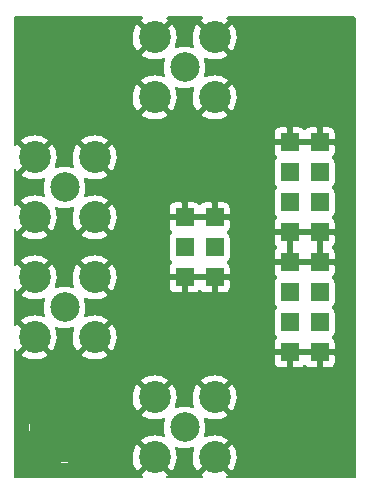
<source format=gbr>
%TF.GenerationSoftware,KiCad,Pcbnew,6.0.11+dfsg-1~bpo11+1*%
%TF.CreationDate,2023-06-09T21:35:18+00:00*%
%TF.ProjectId,ACOMP01,41434f4d-5030-4312-9e6b-696361645f70,rev?*%
%TF.SameCoordinates,Original*%
%TF.FileFunction,Copper,L1,Top*%
%TF.FilePolarity,Positive*%
%FSLAX46Y46*%
G04 Gerber Fmt 4.6, Leading zero omitted, Abs format (unit mm)*
G04 Created by KiCad (PCBNEW 6.0.11+dfsg-1~bpo11+1) date 2023-06-09 21:35:18*
%MOMM*%
%LPD*%
G01*
G04 APERTURE LIST*
%TA.AperFunction,ComponentPad*%
%ADD10R,1.524000X1.524000*%
%TD*%
%TA.AperFunction,ComponentPad*%
%ADD11C,6.000000*%
%TD*%
%TA.AperFunction,ComponentPad*%
%ADD12C,2.500000*%
%TD*%
%TA.AperFunction,ComponentPad*%
%ADD13C,2.700000*%
%TD*%
%TA.AperFunction,ViaPad*%
%ADD14C,0.800000*%
%TD*%
G04 APERTURE END LIST*
D10*
%TO.P,J6,1*%
%TO.N,GND*%
X21590000Y6350000D03*
%TO.P,J6,2*%
X19050000Y6350000D03*
%TO.P,J6,3*%
%TO.N,/TLV_OUT+*%
X21590000Y8890000D03*
%TO.P,J6,4*%
X19050000Y8890000D03*
%TO.P,J6,5*%
%TO.N,/TLV_OUT-*%
X21590000Y11430000D03*
%TO.P,J6,6*%
X19050000Y11430000D03*
%TO.P,J6,7*%
%TO.N,GND*%
X21590000Y13970000D03*
%TO.P,J6,8*%
X19050000Y13970000D03*
%TD*%
D11*
%TO.P,M2,1*%
%TO.N,GND*%
X0Y30480000D03*
%TD*%
%TO.P,M4,1*%
%TO.N,GND*%
X20320000Y0D03*
%TD*%
D10*
%TO.P,J7,1*%
%TO.N,GND*%
X21590000Y16510000D03*
%TO.P,J7,2*%
X19050000Y16510000D03*
%TO.P,J7,3*%
%TO.N,/LMH_OUT+*%
X21590000Y19050000D03*
%TO.P,J7,4*%
X19050000Y19050000D03*
%TO.P,J7,5*%
%TO.N,/LMH_OUT-*%
X21590000Y21590000D03*
%TO.P,J7,6*%
X19050000Y21590000D03*
%TO.P,J7,7*%
%TO.N,GND*%
X21590000Y24130000D03*
%TO.P,J7,8*%
X19050000Y24130000D03*
%TD*%
D12*
%TO.P,J2,1,In*%
%TO.N,/IN+_TLV*%
X10160000Y0D03*
D13*
%TO.P,J2,2,Ext*%
%TO.N,GND*%
X7620000Y-2540000D03*
X12700000Y-2540000D03*
X12700000Y2540000D03*
X7620000Y2540000D03*
%TD*%
D10*
%TO.P,J1,1*%
%TO.N,GND*%
X10160000Y17780000D03*
%TO.P,J1,2*%
X12700000Y17780000D03*
%TO.P,J1,3*%
%TO.N,+3V3*%
X10160000Y15240000D03*
%TO.P,J1,4*%
X12700000Y15240000D03*
%TO.P,J1,5*%
%TO.N,GND*%
X10160000Y12700000D03*
%TO.P,J1,6*%
X12700000Y12700000D03*
%TD*%
D12*
%TO.P,J4,1,In*%
%TO.N,/IN+_LMH*%
X0Y20320000D03*
D13*
%TO.P,J4,2,Ext*%
%TO.N,GND*%
X-2540000Y22860000D03*
X2540000Y22860000D03*
X2540000Y17780000D03*
X-2540000Y17780000D03*
%TD*%
D11*
%TO.P,M3,1*%
%TO.N,GND*%
X0Y0D03*
%TD*%
%TO.P,M1,1*%
%TO.N,GND*%
X20320000Y30480000D03*
%TD*%
D12*
%TO.P,J5,1,In*%
%TO.N,/IN-_LMH*%
X10160000Y30480000D03*
D13*
%TO.P,J5,2,Ext*%
%TO.N,GND*%
X12700000Y33020000D03*
X12700000Y27940000D03*
X7620000Y33020000D03*
X7620000Y27940000D03*
%TD*%
D12*
%TO.P,J3,1,In*%
%TO.N,/IN-_TLV*%
X0Y10160000D03*
D13*
%TO.P,J3,2,Ext*%
%TO.N,GND*%
X-2540000Y7620000D03*
X-2540000Y12700000D03*
X2540000Y12700000D03*
X2540000Y7620000D03*
%TD*%
D14*
%TO.N,GND*%
X6858000Y23876000D03*
X5334000Y20828000D03*
X7747000Y23876000D03*
X12446000Y9652000D03*
X10033000Y4953000D03*
X5334000Y19812000D03*
X7366000Y10922000D03*
X10922000Y22352000D03*
X6350000Y10922000D03*
X13970000Y20320000D03*
X9144000Y4953000D03*
X14986000Y11938000D03*
X12446000Y10668000D03*
X11938000Y22352000D03*
X5334000Y10922000D03*
%TD*%
%TA.AperFunction,Conductor*%
%TO.N,GND*%
G36*
X6586632Y34777498D02*
G01*
X6633125Y34723842D01*
X6643229Y34653568D01*
X6613735Y34588988D01*
X6591769Y34568985D01*
X6512292Y34512190D01*
X6503889Y34501467D01*
X6510869Y34488341D01*
X7607188Y33392022D01*
X7621132Y33384408D01*
X7622965Y33384539D01*
X7629580Y33388790D01*
X8729129Y34488339D01*
X8735983Y34500891D01*
X8727776Y34511961D01*
X8649975Y34571337D01*
X8607958Y34628565D01*
X8603550Y34699425D01*
X8638152Y34761418D01*
X8700778Y34794864D01*
X8726417Y34797500D01*
X11598511Y34797500D01*
X11666632Y34777498D01*
X11713125Y34723842D01*
X11723229Y34653568D01*
X11693735Y34588988D01*
X11671769Y34568985D01*
X11592292Y34512190D01*
X11583889Y34501467D01*
X11590869Y34488341D01*
X12687188Y33392022D01*
X12701132Y33384408D01*
X12702965Y33384539D01*
X12709580Y33388790D01*
X13809129Y34488339D01*
X13815983Y34500891D01*
X13807776Y34511961D01*
X13729975Y34571337D01*
X13687958Y34628565D01*
X13683550Y34699425D01*
X13718152Y34761418D01*
X13780778Y34794864D01*
X13806417Y34797500D01*
X24511500Y34797500D01*
X24579621Y34777498D01*
X24626114Y34723842D01*
X24637500Y34671500D01*
X24637500Y-4191500D01*
X24617498Y-4259621D01*
X24563842Y-4306114D01*
X24511500Y-4317500D01*
X13799632Y-4317500D01*
X13731511Y-4297498D01*
X13685018Y-4243842D01*
X13674914Y-4173568D01*
X13704408Y-4108988D01*
X13729630Y-4086735D01*
X13809218Y-4033556D01*
X13817506Y-4023638D01*
X13810249Y-4009459D01*
X12712812Y-2912022D01*
X12698868Y-2904408D01*
X12697035Y-2904539D01*
X12690420Y-2908790D01*
X11590070Y-4009140D01*
X11582904Y-4022263D01*
X11590294Y-4032566D01*
X11625455Y-4061192D01*
X11632721Y-4066298D01*
X11661382Y-4083553D01*
X11709425Y-4135825D01*
X11721582Y-4205773D01*
X11693992Y-4271190D01*
X11635415Y-4311305D01*
X11596393Y-4317500D01*
X8719632Y-4317500D01*
X8651511Y-4297498D01*
X8605018Y-4243842D01*
X8594914Y-4173568D01*
X8624408Y-4108988D01*
X8649630Y-4086735D01*
X8729218Y-4033556D01*
X8737506Y-4023638D01*
X8730249Y-4009459D01*
X7632812Y-2912022D01*
X7618868Y-2904408D01*
X7617035Y-2904539D01*
X7610420Y-2908790D01*
X6510070Y-4009140D01*
X6502904Y-4022263D01*
X6510294Y-4032566D01*
X6545455Y-4061192D01*
X6552721Y-4066298D01*
X6581382Y-4083553D01*
X6629425Y-4135825D01*
X6641582Y-4205773D01*
X6613992Y-4271190D01*
X6555415Y-4311305D01*
X6516393Y-4317500D01*
X-4191500Y-4317500D01*
X-4259621Y-4297498D01*
X-4306114Y-4243842D01*
X-4317500Y-4191500D01*
X-4317500Y-69721D01*
X-3008976Y-69721D01*
X-2968949Y-209771D01*
X-2891224Y-332958D01*
X-2782049Y-429378D01*
X-2773926Y-433192D01*
X-2773924Y-433193D01*
X-2766863Y-436508D01*
X-2650200Y-491281D01*
X-2641335Y-492661D01*
X-2641333Y-492662D01*
X-2572254Y-503418D01*
X-2539614Y-508500D01*
X-2215101Y-508500D01*
X-2146980Y-528502D01*
X-2100487Y-582158D01*
X-2095897Y-593678D01*
X-2053588Y-717252D01*
X-2012173Y-838214D01*
X-2009891Y-844880D01*
X-1971105Y-921998D01*
X-1895832Y-1071661D01*
X-1876632Y-1109837D01*
X-1834121Y-1171691D01*
X-1717811Y-1340923D01*
X-1708647Y-1354257D01*
X-1509044Y-1573617D01*
X-1505755Y-1576367D01*
X-1284810Y-1761106D01*
X-1284805Y-1761110D01*
X-1281518Y-1763858D01*
X-1155898Y-1842660D01*
X-1033918Y-1919178D01*
X-1033914Y-1919180D01*
X-1030278Y-1921461D01*
X-1026368Y-1923226D01*
X-1026367Y-1923227D01*
X-763886Y-2041742D01*
X-763882Y-2041744D01*
X-759974Y-2043508D01*
X-600527Y-2090739D01*
X-598714Y-2091276D01*
X-539079Y-2129802D01*
X-509740Y-2194453D01*
X-508500Y-2212087D01*
X-508500Y-2536513D01*
X-493080Y-2644187D01*
X-489363Y-2652363D01*
X-489362Y-2652365D01*
X-449534Y-2739960D01*
X-432792Y-2776782D01*
X-337713Y-2887127D01*
X-215485Y-2966352D01*
X-75934Y-3008086D01*
X-66958Y-3008141D01*
X-66957Y-3008141D01*
X-5644Y-3008515D01*
X69721Y-3008976D01*
X209771Y-2968949D01*
X332958Y-2891224D01*
X429378Y-2782049D01*
X491281Y-2650200D01*
X508500Y-2539614D01*
X508500Y-2485942D01*
X5758348Y-2485942D01*
X5768328Y-2739960D01*
X5769302Y-2748784D01*
X5814978Y-2998875D01*
X5817182Y-3007462D01*
X5897636Y-3248613D01*
X5901040Y-3256831D01*
X6014667Y-3484235D01*
X6019185Y-3491874D01*
X6127294Y-3648296D01*
X6137612Y-3656647D01*
X6151267Y-3649523D01*
X7247978Y-2552812D01*
X7255592Y-2538868D01*
X7255461Y-2537035D01*
X7251210Y-2530420D01*
X6151423Y-1430633D01*
X6138582Y-1423621D01*
X6127893Y-1431416D01*
X6082115Y-1489485D01*
X6077122Y-1496833D01*
X5949440Y-1716655D01*
X5945532Y-1724629D01*
X5850097Y-1960247D01*
X5847348Y-1968709D01*
X5786067Y-2215413D01*
X5784538Y-2224174D01*
X5758627Y-2477059D01*
X5758348Y-2485942D01*
X508500Y-2485942D01*
X508500Y-2212615D01*
X528502Y-2144494D01*
X582158Y-2098001D01*
X602526Y-2090739D01*
X642579Y-2080231D01*
X695411Y-2066371D01*
X699371Y-2064731D01*
X699376Y-2064729D01*
X951629Y-1960242D01*
X969415Y-1952875D01*
X1225482Y-1803242D01*
X1272799Y-1766141D01*
X1455499Y-1622885D01*
X1458871Y-1620241D01*
X1665266Y-1407258D01*
X1667799Y-1403810D01*
X1667803Y-1403805D01*
X1838307Y-1171691D01*
X1840845Y-1168236D01*
X1912223Y-1036775D01*
X1980311Y-911372D01*
X1980312Y-911370D01*
X1982361Y-907596D01*
X2060354Y-701193D01*
X2085677Y-634179D01*
X2085678Y-634175D01*
X2087195Y-630161D01*
X2092644Y-606369D01*
X2127351Y-544433D01*
X2190032Y-511093D01*
X2215464Y-508500D01*
X2536513Y-508500D01*
X2578839Y-502438D01*
X2635294Y-494354D01*
X2635297Y-494353D01*
X2644187Y-493080D01*
X2652363Y-489363D01*
X2652365Y-489362D01*
X2768610Y-436508D01*
X2768612Y-436507D01*
X2776782Y-432792D01*
X2887127Y-337713D01*
X2966352Y-215485D01*
X3008086Y-75934D01*
X3008976Y69721D01*
X2968949Y209771D01*
X2891224Y332958D01*
X2782049Y429378D01*
X2773926Y433192D01*
X2773924Y433193D01*
X2710013Y463199D01*
X2650200Y491281D01*
X2641335Y492661D01*
X2641333Y492662D01*
X2572254Y503418D01*
X2539614Y508500D01*
X2216537Y508500D01*
X2148416Y528502D01*
X2101923Y582158D01*
X2097764Y592440D01*
X2066812Y679845D01*
X2000934Y865881D01*
X1901910Y1057737D01*
X6502904Y1057737D01*
X6510294Y1047434D01*
X6545455Y1018808D01*
X6552731Y1013695D01*
X6770514Y882579D01*
X6778428Y878546D01*
X7012523Y779419D01*
X7020928Y776542D01*
X7266650Y711390D01*
X7275382Y709724D01*
X7527835Y679845D01*
X7536703Y679427D01*
X7790843Y685416D01*
X7799698Y686253D01*
X8050459Y727991D01*
X8059093Y730064D01*
X8301477Y806720D01*
X8309733Y809989D01*
X8365057Y836555D01*
X8435123Y848011D01*
X8500260Y819768D01*
X8539788Y760793D01*
X8541156Y689809D01*
X8535796Y674249D01*
X8487697Y559545D01*
X8423359Y306217D01*
X8397173Y46161D01*
X8409713Y-214908D01*
X8460704Y-471256D01*
X8462282Y-475651D01*
X8534977Y-678123D01*
X8539171Y-748996D01*
X8504382Y-810885D01*
X8441656Y-844142D01*
X8370927Y-838214D01*
X8171865Y-761203D01*
X8163392Y-758596D01*
X7915736Y-701193D01*
X7906960Y-699803D01*
X7653691Y-677868D01*
X7644820Y-677728D01*
X7390976Y-691698D01*
X7382174Y-692810D01*
X7132832Y-742408D01*
X7124279Y-744748D01*
X6884421Y-828978D01*
X6876255Y-832512D01*
X6650669Y-949696D01*
X6643097Y-954335D01*
X6512292Y-1047810D01*
X6503889Y-1058533D01*
X6510869Y-1071659D01*
X9090027Y-3650817D01*
X9103428Y-3658135D01*
X9113329Y-3651149D01*
X9124127Y-3638305D01*
X9129353Y-3631110D01*
X9263867Y-3415425D01*
X9268038Y-3407547D01*
X9370817Y-3175065D01*
X9373833Y-3166688D01*
X9442832Y-2922034D01*
X9444636Y-2913326D01*
X9478643Y-2660145D01*
X9479171Y-2653752D01*
X9482645Y-2543222D01*
X9482518Y-2536779D01*
X9464478Y-2281986D01*
X9463225Y-2273183D01*
X9409720Y-2024662D01*
X9407239Y-2016124D01*
X9323426Y-1788937D01*
X9318614Y-1718104D01*
X9352861Y-1655914D01*
X9415295Y-1622112D01*
X9483178Y-1626372D01*
X9703590Y-1703344D01*
X9708183Y-1704216D01*
X9955785Y-1751224D01*
X9955788Y-1751224D01*
X9960374Y-1752095D01*
X10090958Y-1757226D01*
X10216875Y-1762174D01*
X10216881Y-1762174D01*
X10221543Y-1762357D01*
X10300977Y-1753657D01*
X10476707Y-1734412D01*
X10476712Y-1734411D01*
X10481360Y-1733902D01*
X10516582Y-1724629D01*
X10729594Y-1668548D01*
X10729596Y-1668547D01*
X10734117Y-1667357D01*
X10738415Y-1665511D01*
X10738425Y-1665507D01*
X10833442Y-1624684D01*
X10903926Y-1616171D01*
X10967824Y-1647116D01*
X11004848Y-1707694D01*
X11003243Y-1778673D01*
X10999964Y-1787753D01*
X10930099Y-1960242D01*
X10927348Y-1968709D01*
X10866067Y-2215413D01*
X10864538Y-2224174D01*
X10838627Y-2477059D01*
X10838348Y-2485942D01*
X10848328Y-2739960D01*
X10849302Y-2748784D01*
X10894978Y-2998875D01*
X10897182Y-3007462D01*
X10977636Y-3248613D01*
X10981040Y-3256831D01*
X11094667Y-3484235D01*
X11099185Y-3491874D01*
X11207294Y-3648296D01*
X11217612Y-3656647D01*
X11231267Y-3649523D01*
X12339658Y-2541132D01*
X13064408Y-2541132D01*
X13064539Y-2542965D01*
X13068790Y-2549580D01*
X14170027Y-3650817D01*
X14183428Y-3658135D01*
X14193329Y-3651149D01*
X14204127Y-3638305D01*
X14209353Y-3631110D01*
X14343867Y-3415425D01*
X14348038Y-3407547D01*
X14450817Y-3175065D01*
X14453833Y-3166688D01*
X14522832Y-2922034D01*
X14524636Y-2913326D01*
X14558643Y-2660145D01*
X14559171Y-2653752D01*
X14562645Y-2543222D01*
X14562518Y-2536779D01*
X14544478Y-2281986D01*
X14543225Y-2273183D01*
X14489720Y-2024662D01*
X14487241Y-2016129D01*
X14399254Y-1777630D01*
X14395599Y-1769535D01*
X14274881Y-1545807D01*
X14270122Y-1538309D01*
X14192004Y-1432545D01*
X14180876Y-1424103D01*
X14168283Y-1430927D01*
X13072022Y-2527188D01*
X13064408Y-2541132D01*
X12339658Y-2541132D01*
X13809129Y-1071661D01*
X13815983Y-1059109D01*
X13807776Y-1048039D01*
X13726230Y-985805D01*
X13718801Y-980925D01*
X13497005Y-856713D01*
X13488971Y-852932D01*
X13251865Y-761203D01*
X13243392Y-758596D01*
X12995736Y-701193D01*
X12986960Y-699803D01*
X12733691Y-677868D01*
X12724820Y-677728D01*
X12470976Y-691698D01*
X12462174Y-692810D01*
X12212832Y-742408D01*
X12204279Y-744748D01*
X11964415Y-828981D01*
X11953554Y-833681D01*
X11883092Y-842380D01*
X11819114Y-811603D01*
X11781930Y-751122D01*
X11783348Y-680140D01*
X11788629Y-666294D01*
X11794874Y-652432D01*
X11817083Y-603129D01*
X11819746Y-593686D01*
X11886760Y-356076D01*
X11886761Y-356073D01*
X11888030Y-351572D01*
X11905342Y-215485D01*
X11920616Y-95421D01*
X11920616Y-95417D01*
X11921014Y-92291D01*
X11921443Y-75934D01*
X11923348Y-3160D01*
X11923431Y0D01*
X11917149Y84537D01*
X11904407Y256000D01*
X11904406Y256004D01*
X11904061Y260652D01*
X11892725Y310752D01*
X11851562Y492662D01*
X11846377Y515577D01*
X11841351Y528502D01*
X11783136Y678205D01*
X11777089Y748943D01*
X11810246Y811722D01*
X11872080Y846608D01*
X11942959Y842526D01*
X11949700Y839897D01*
X12092511Y779424D01*
X12100928Y776542D01*
X12346650Y711390D01*
X12355382Y709724D01*
X12607835Y679845D01*
X12616703Y679427D01*
X12870843Y685416D01*
X12879698Y686253D01*
X13130459Y727991D01*
X13139093Y730064D01*
X13381477Y806720D01*
X13389739Y809991D01*
X13618895Y920030D01*
X13626619Y924436D01*
X13809218Y1046444D01*
X13817506Y1056362D01*
X13810249Y1070541D01*
X12341922Y2538868D01*
X13064408Y2538868D01*
X13064539Y2537035D01*
X13068790Y2530420D01*
X14170027Y1429183D01*
X14183428Y1421865D01*
X14193329Y1428851D01*
X14204127Y1441695D01*
X14209353Y1448890D01*
X14343867Y1664575D01*
X14348038Y1672453D01*
X14450817Y1904935D01*
X14453833Y1913312D01*
X14522832Y2157966D01*
X14524636Y2166674D01*
X14558643Y2419855D01*
X14559171Y2426248D01*
X14562645Y2536778D01*
X14562518Y2543221D01*
X14544478Y2798014D01*
X14543225Y2806817D01*
X14489720Y3055338D01*
X14487241Y3063871D01*
X14399254Y3302370D01*
X14395599Y3310465D01*
X14274881Y3534193D01*
X14270122Y3541691D01*
X14192004Y3647455D01*
X14180876Y3655897D01*
X14168283Y3649073D01*
X13072022Y2552812D01*
X13064408Y2538868D01*
X12341922Y2538868D01*
X11231423Y3649367D01*
X11218582Y3656379D01*
X11207893Y3648584D01*
X11162115Y3590515D01*
X11157122Y3583167D01*
X11029440Y3363345D01*
X11025532Y3355371D01*
X10930097Y3119753D01*
X10927348Y3111291D01*
X10866067Y2864587D01*
X10864538Y2855826D01*
X10838627Y2602941D01*
X10838348Y2594058D01*
X10848328Y2340040D01*
X10849302Y2331216D01*
X10894978Y2081125D01*
X10897182Y2072538D01*
X10977636Y1831387D01*
X10981040Y1823169D01*
X10990904Y1803428D01*
X11003459Y1733550D01*
X10976243Y1667977D01*
X10917896Y1627528D01*
X10846942Y1625045D01*
X10829271Y1631583D01*
X10829119Y1631207D01*
X10824780Y1632960D01*
X10820593Y1635025D01*
X10774449Y1649796D01*
X10576123Y1713280D01*
X10571665Y1714707D01*
X10313693Y1756721D01*
X10199942Y1758210D01*
X10057022Y1760081D01*
X10057019Y1760081D01*
X10052345Y1760142D01*
X9793362Y1724896D01*
X9542433Y1651757D01*
X9538180Y1649797D01*
X9538179Y1649796D01*
X9489125Y1627182D01*
X9418887Y1616827D01*
X9354202Y1646090D01*
X9315605Y1705679D01*
X9315352Y1776675D01*
X9321134Y1792556D01*
X9370819Y1904940D01*
X9373833Y1913312D01*
X9442832Y2157966D01*
X9444636Y2166674D01*
X9478643Y2419855D01*
X9479171Y2426248D01*
X9482645Y2536778D01*
X9482518Y2543221D01*
X9464478Y2798014D01*
X9463225Y2806817D01*
X9409720Y3055338D01*
X9407241Y3063871D01*
X9319254Y3302370D01*
X9315599Y3310465D01*
X9194881Y3534193D01*
X9190122Y3541691D01*
X9112004Y3647455D01*
X9100876Y3655897D01*
X9088283Y3649073D01*
X6510070Y1070860D01*
X6502904Y1057737D01*
X1901910Y1057737D01*
X1864907Y1129428D01*
X1853894Y1145099D01*
X1696835Y1368570D01*
X1694372Y1372075D01*
X1492483Y1589333D01*
X1489168Y1592047D01*
X1489164Y1592050D01*
X1287901Y1756782D01*
X1262977Y1777182D01*
X1010101Y1932144D01*
X982405Y1944302D01*
X742465Y2049628D01*
X738533Y2051354D01*
X707802Y2060108D01*
X599981Y2090822D01*
X539946Y2128721D01*
X509932Y2193061D01*
X508500Y2212001D01*
X508500Y2536513D01*
X500259Y2594058D01*
X5758348Y2594058D01*
X5768328Y2340040D01*
X5769302Y2331216D01*
X5814978Y2081125D01*
X5817182Y2072538D01*
X5897636Y1831387D01*
X5901040Y1823169D01*
X6014667Y1595765D01*
X6019185Y1588126D01*
X6127294Y1431704D01*
X6137612Y1423353D01*
X6151267Y1430477D01*
X7247978Y2527188D01*
X7255592Y2541132D01*
X7255461Y2542965D01*
X7251210Y2549580D01*
X6151423Y3649367D01*
X6138582Y3656379D01*
X6127893Y3648584D01*
X6082115Y3590515D01*
X6077122Y3583167D01*
X5949440Y3363345D01*
X5945532Y3355371D01*
X5850097Y3119753D01*
X5847348Y3111291D01*
X5786067Y2864587D01*
X5784538Y2855826D01*
X5758627Y2602941D01*
X5758348Y2594058D01*
X500259Y2594058D01*
X493080Y2644187D01*
X432792Y2776782D01*
X337713Y2887127D01*
X215485Y2966352D01*
X75934Y3008086D01*
X66958Y3008141D01*
X66957Y3008141D01*
X5644Y3008515D01*
X-69721Y3008976D01*
X-209771Y2968949D01*
X-332958Y2891224D01*
X-429378Y2782049D01*
X-491281Y2650200D01*
X-508500Y2539614D01*
X-508500Y2212178D01*
X-528502Y2144057D01*
X-582158Y2097564D01*
X-601252Y2090644D01*
X-717011Y2058976D01*
X-720959Y2057292D01*
X-985860Y1944302D01*
X-985864Y1944300D01*
X-989812Y1942616D01*
X-1118280Y1865730D01*
X-1240616Y1792514D01*
X-1240620Y1792511D01*
X-1244298Y1790310D01*
X-1247641Y1787632D01*
X-1247645Y1787629D01*
X-1337726Y1715460D01*
X-1475758Y1604875D01*
X-1478702Y1601773D01*
X-1478706Y1601769D01*
X-1535109Y1542332D01*
X-1679911Y1389743D01*
X-1852978Y1148895D01*
X-1854987Y1145100D01*
X-1854988Y1145099D01*
X-1863285Y1129428D01*
X-1991757Y886787D01*
X-2093679Y608270D01*
X-2094592Y604081D01*
X-2095790Y599959D01*
X-2097724Y600521D01*
X-2127836Y545393D01*
X-2190153Y511376D01*
X-2216920Y508500D01*
X-2536513Y508500D01*
X-2578839Y502438D01*
X-2635294Y494354D01*
X-2635297Y494353D01*
X-2644187Y493080D01*
X-2652363Y489363D01*
X-2652365Y489362D01*
X-2768610Y436508D01*
X-2768612Y436507D01*
X-2776782Y432792D01*
X-2887127Y337713D01*
X-2966352Y215485D01*
X-3008086Y75934D01*
X-3008141Y66958D01*
X-3008141Y66957D01*
X-3008515Y5644D01*
X-3008976Y-69721D01*
X-4317500Y-69721D01*
X-4317500Y4021467D01*
X6503889Y4021467D01*
X6510869Y4008341D01*
X7607188Y2912022D01*
X7621132Y2904408D01*
X7622965Y2904539D01*
X7629580Y2908790D01*
X8729129Y4008339D01*
X8735983Y4020891D01*
X8735556Y4021467D01*
X11583889Y4021467D01*
X11590869Y4008341D01*
X12687188Y2912022D01*
X12701132Y2904408D01*
X12702965Y2904539D01*
X12709580Y2908790D01*
X13809129Y4008339D01*
X13815983Y4020891D01*
X13807776Y4031961D01*
X13726230Y4094195D01*
X13718801Y4099075D01*
X13497005Y4223287D01*
X13488971Y4227068D01*
X13251865Y4318797D01*
X13243392Y4321404D01*
X12995736Y4378807D01*
X12986960Y4380197D01*
X12733691Y4402132D01*
X12724820Y4402272D01*
X12470976Y4388302D01*
X12462174Y4387190D01*
X12212832Y4337592D01*
X12204279Y4335252D01*
X11964421Y4251022D01*
X11956255Y4247488D01*
X11730669Y4130304D01*
X11723097Y4125665D01*
X11592292Y4032190D01*
X11583889Y4021467D01*
X8735556Y4021467D01*
X8727776Y4031961D01*
X8646230Y4094195D01*
X8638801Y4099075D01*
X8417005Y4223287D01*
X8408971Y4227068D01*
X8171865Y4318797D01*
X8163392Y4321404D01*
X7915736Y4378807D01*
X7906960Y4380197D01*
X7653691Y4402132D01*
X7644820Y4402272D01*
X7390976Y4388302D01*
X7382174Y4387190D01*
X7132832Y4337592D01*
X7124279Y4335252D01*
X6884421Y4251022D01*
X6876255Y4247488D01*
X6650669Y4130304D01*
X6643097Y4125665D01*
X6512292Y4032190D01*
X6503889Y4021467D01*
X-4317500Y4021467D01*
X-4317500Y5543331D01*
X17780001Y5543331D01*
X17780371Y5536510D01*
X17785895Y5485648D01*
X17789521Y5470396D01*
X17834676Y5349946D01*
X17843214Y5334351D01*
X17919715Y5232276D01*
X17932276Y5219715D01*
X18034351Y5143214D01*
X18049946Y5134676D01*
X18170394Y5089522D01*
X18185649Y5085895D01*
X18236514Y5080369D01*
X18243328Y5080000D01*
X18777885Y5080000D01*
X18793124Y5084475D01*
X18794329Y5085865D01*
X18796000Y5093548D01*
X18796000Y5098116D01*
X19304000Y5098116D01*
X19308475Y5082877D01*
X19309865Y5081672D01*
X19317548Y5080001D01*
X19856669Y5080001D01*
X19863490Y5080371D01*
X19914352Y5085895D01*
X19929604Y5089521D01*
X20050054Y5134676D01*
X20065649Y5143214D01*
X20167724Y5219715D01*
X20180284Y5232275D01*
X20219173Y5284165D01*
X20276032Y5326681D01*
X20346851Y5331707D01*
X20409144Y5297647D01*
X20420827Y5284165D01*
X20459716Y5232275D01*
X20472276Y5219715D01*
X20574351Y5143214D01*
X20589946Y5134676D01*
X20710394Y5089522D01*
X20725649Y5085895D01*
X20776514Y5080369D01*
X20783328Y5080000D01*
X21317885Y5080000D01*
X21333124Y5084475D01*
X21334329Y5085865D01*
X21336000Y5093548D01*
X21336000Y5098116D01*
X21844000Y5098116D01*
X21848475Y5082877D01*
X21849865Y5081672D01*
X21857548Y5080001D01*
X22396669Y5080001D01*
X22403490Y5080371D01*
X22454352Y5085895D01*
X22469604Y5089521D01*
X22590054Y5134676D01*
X22605649Y5143214D01*
X22707724Y5219715D01*
X22720285Y5232276D01*
X22796786Y5334351D01*
X22805324Y5349946D01*
X22850478Y5470394D01*
X22854105Y5485649D01*
X22859631Y5536514D01*
X22860000Y5543328D01*
X22860000Y6077885D01*
X22855525Y6093124D01*
X22854135Y6094329D01*
X22846452Y6096000D01*
X21862115Y6096000D01*
X21846876Y6091525D01*
X21845671Y6090135D01*
X21844000Y6082452D01*
X21844000Y5098116D01*
X21336000Y5098116D01*
X21336000Y6077885D01*
X21331525Y6093124D01*
X21330135Y6094329D01*
X21322452Y6096000D01*
X19322115Y6096000D01*
X19306876Y6091525D01*
X19305671Y6090135D01*
X19304000Y6082452D01*
X19304000Y5098116D01*
X18796000Y5098116D01*
X18796000Y6077885D01*
X18791525Y6093124D01*
X18790135Y6094329D01*
X18782452Y6096000D01*
X17798116Y6096000D01*
X17782877Y6091525D01*
X17781672Y6090135D01*
X17780001Y6082452D01*
X17780001Y5543331D01*
X-4317500Y5543331D01*
X-4317500Y6137737D01*
X-3657096Y6137737D01*
X-3649706Y6127434D01*
X-3614545Y6098808D01*
X-3607269Y6093695D01*
X-3389486Y5962579D01*
X-3381572Y5958546D01*
X-3147477Y5859419D01*
X-3139072Y5856542D01*
X-2893350Y5791390D01*
X-2884618Y5789724D01*
X-2632165Y5759845D01*
X-2623297Y5759427D01*
X-2369157Y5765416D01*
X-2360302Y5766253D01*
X-2109541Y5807991D01*
X-2100907Y5810064D01*
X-1858523Y5886720D01*
X-1850261Y5889991D01*
X-1621105Y6000030D01*
X-1613381Y6004436D01*
X-1430782Y6126444D01*
X-1422494Y6136362D01*
X-1423198Y6137737D01*
X1422904Y6137737D01*
X1430294Y6127434D01*
X1465455Y6098808D01*
X1472731Y6093695D01*
X1690514Y5962579D01*
X1698428Y5958546D01*
X1932523Y5859419D01*
X1940928Y5856542D01*
X2186650Y5791390D01*
X2195382Y5789724D01*
X2447835Y5759845D01*
X2456703Y5759427D01*
X2710843Y5765416D01*
X2719698Y5766253D01*
X2970459Y5807991D01*
X2979093Y5810064D01*
X3221477Y5886720D01*
X3229739Y5889991D01*
X3458895Y6000030D01*
X3466619Y6004436D01*
X3649218Y6126444D01*
X3657506Y6136362D01*
X3650249Y6150541D01*
X2552812Y7247978D01*
X2538868Y7255592D01*
X2537035Y7255461D01*
X2530420Y7251210D01*
X1430070Y6150860D01*
X1422904Y6137737D01*
X-1423198Y6137737D01*
X-1429751Y6150541D01*
X-2527188Y7247978D01*
X-2541132Y7255592D01*
X-2542965Y7255461D01*
X-2549580Y7251210D01*
X-3649930Y6150860D01*
X-3657096Y6137737D01*
X-4317500Y6137737D01*
X-4317500Y6519848D01*
X-4297498Y6587969D01*
X-4243842Y6634462D01*
X-4173568Y6644566D01*
X-4108988Y6615072D01*
X-4087847Y6591487D01*
X-4032706Y6511704D01*
X-4022388Y6503353D01*
X-4008733Y6510477D01*
X-2912022Y7607188D01*
X-2904408Y7621132D01*
X-2904539Y7622965D01*
X-2908790Y7629580D01*
X-4008577Y8729367D01*
X-4021418Y8736379D01*
X-4032107Y8728584D01*
X-4077885Y8670515D01*
X-4085382Y8659483D01*
X-4086345Y8660137D01*
X-4134052Y8614882D01*
X-4203800Y8601626D01*
X-4269643Y8628182D01*
X-4310676Y8686121D01*
X-4317500Y8727024D01*
X-4317500Y11217737D01*
X-3657096Y11217737D01*
X-3649706Y11207434D01*
X-3614545Y11178808D01*
X-3607269Y11173695D01*
X-3389486Y11042579D01*
X-3381572Y11038546D01*
X-3147477Y10939419D01*
X-3139072Y10936542D01*
X-2893350Y10871390D01*
X-2884618Y10869724D01*
X-2632165Y10839845D01*
X-2623297Y10839427D01*
X-2369157Y10845416D01*
X-2360302Y10846253D01*
X-2109541Y10887991D01*
X-2100907Y10890064D01*
X-1858523Y10966720D01*
X-1850267Y10969989D01*
X-1794943Y10996555D01*
X-1724877Y11008011D01*
X-1659740Y10979768D01*
X-1620212Y10920793D01*
X-1618844Y10849809D01*
X-1624204Y10834249D01*
X-1672303Y10719545D01*
X-1736641Y10466217D01*
X-1737109Y10461566D01*
X-1737110Y10461562D01*
X-1741229Y10420652D01*
X-1762827Y10206161D01*
X-1762603Y10201495D01*
X-1762603Y10201489D01*
X-1759320Y10133148D01*
X-1750287Y9945092D01*
X-1699296Y9688744D01*
X-1697718Y9684349D01*
X-1625023Y9481877D01*
X-1620829Y9411004D01*
X-1655618Y9349115D01*
X-1718344Y9315858D01*
X-1789073Y9321786D01*
X-1988135Y9398797D01*
X-1996608Y9401404D01*
X-2244264Y9458807D01*
X-2253040Y9460197D01*
X-2506309Y9482132D01*
X-2515180Y9482272D01*
X-2769024Y9468302D01*
X-2777826Y9467190D01*
X-3027168Y9417592D01*
X-3035721Y9415252D01*
X-3275579Y9331022D01*
X-3283745Y9327488D01*
X-3509331Y9210304D01*
X-3516903Y9205665D01*
X-3647708Y9112190D01*
X-3656111Y9101467D01*
X-3649131Y9088341D01*
X-1069973Y6509183D01*
X-1056572Y6501865D01*
X-1046671Y6508851D01*
X-1035873Y6521695D01*
X-1030647Y6528890D01*
X-896133Y6744575D01*
X-891962Y6752453D01*
X-789183Y6984935D01*
X-786167Y6993312D01*
X-717168Y7237966D01*
X-715364Y7246674D01*
X-681357Y7499855D01*
X-680829Y7506248D01*
X-677355Y7616778D01*
X-677482Y7623221D01*
X-695522Y7878014D01*
X-696775Y7886817D01*
X-750280Y8135338D01*
X-752761Y8143876D01*
X-836574Y8371063D01*
X-841386Y8441896D01*
X-807139Y8504086D01*
X-744705Y8537888D01*
X-676822Y8533628D01*
X-456410Y8456656D01*
X-451817Y8455784D01*
X-204215Y8408776D01*
X-204212Y8408776D01*
X-199626Y8407905D01*
X-69042Y8402774D01*
X56875Y8397826D01*
X56881Y8397826D01*
X61543Y8397643D01*
X140977Y8406343D01*
X316707Y8425588D01*
X316712Y8425589D01*
X321360Y8426098D01*
X325884Y8427289D01*
X569594Y8491452D01*
X569596Y8491453D01*
X574117Y8492643D01*
X578415Y8494489D01*
X578425Y8494493D01*
X673442Y8535316D01*
X743926Y8543829D01*
X807824Y8512884D01*
X844848Y8452306D01*
X843243Y8381327D01*
X839964Y8372247D01*
X770099Y8199758D01*
X767348Y8191291D01*
X706067Y7944587D01*
X704538Y7935826D01*
X678627Y7682941D01*
X678348Y7674058D01*
X688328Y7420040D01*
X689302Y7411216D01*
X734978Y7161125D01*
X737182Y7152538D01*
X817636Y6911387D01*
X821040Y6903169D01*
X934667Y6675765D01*
X939185Y6668126D01*
X1047294Y6511704D01*
X1057612Y6503353D01*
X1071267Y6510477D01*
X2179658Y7618868D01*
X2904408Y7618868D01*
X2904539Y7617035D01*
X2908790Y7610420D01*
X4010027Y6509183D01*
X4023428Y6501865D01*
X4033329Y6508851D01*
X4044127Y6521695D01*
X4049353Y6528890D01*
X4183867Y6744575D01*
X4188038Y6752453D01*
X4290817Y6984935D01*
X4293833Y6993312D01*
X4362832Y7237966D01*
X4364636Y7246674D01*
X4398643Y7499855D01*
X4399171Y7506248D01*
X4402645Y7616778D01*
X4402518Y7623221D01*
X4384478Y7878014D01*
X4383225Y7886817D01*
X4341663Y8079866D01*
X17779500Y8079866D01*
X17786255Y8017684D01*
X17837385Y7881295D01*
X17924739Y7764739D01*
X17983749Y7720513D01*
X18026264Y7663656D01*
X18031290Y7592837D01*
X17997230Y7530544D01*
X17983749Y7518862D01*
X17932276Y7480285D01*
X17919715Y7467724D01*
X17843214Y7365649D01*
X17834676Y7350054D01*
X17789522Y7229606D01*
X17785895Y7214351D01*
X17780369Y7163486D01*
X17780000Y7156672D01*
X17780000Y6622115D01*
X17784475Y6606876D01*
X17785865Y6605671D01*
X17793548Y6604000D01*
X22841884Y6604000D01*
X22857123Y6608475D01*
X22858328Y6609865D01*
X22859999Y6617548D01*
X22859999Y7156669D01*
X22859629Y7163490D01*
X22854105Y7214352D01*
X22850479Y7229604D01*
X22805324Y7350054D01*
X22796786Y7365649D01*
X22720285Y7467724D01*
X22707724Y7480285D01*
X22656251Y7518862D01*
X22613736Y7575721D01*
X22608710Y7646540D01*
X22642770Y7708833D01*
X22656245Y7720509D01*
X22715261Y7764739D01*
X22802615Y7881295D01*
X22853745Y8017684D01*
X22860500Y8079866D01*
X22860500Y9700134D01*
X22853745Y9762316D01*
X22802615Y9898705D01*
X22715261Y10015261D01*
X22656668Y10059174D01*
X22614153Y10116033D01*
X22609127Y10186852D01*
X22643187Y10249145D01*
X22656668Y10260826D01*
X22708081Y10299358D01*
X22715261Y10304739D01*
X22802615Y10421295D01*
X22853745Y10557684D01*
X22860500Y10619866D01*
X22860500Y12240134D01*
X22853745Y12302316D01*
X22802615Y12438705D01*
X22715261Y12555261D01*
X22656251Y12599487D01*
X22613736Y12656344D01*
X22608710Y12727163D01*
X22642770Y12789456D01*
X22656251Y12801138D01*
X22707724Y12839715D01*
X22720285Y12852276D01*
X22796786Y12954351D01*
X22805324Y12969946D01*
X22850478Y13090394D01*
X22854105Y13105649D01*
X22859631Y13156514D01*
X22860000Y13163328D01*
X22860000Y13697885D01*
X22855525Y13713124D01*
X22854135Y13714329D01*
X22846452Y13716000D01*
X17798116Y13716000D01*
X17782877Y13711525D01*
X17781672Y13710135D01*
X17780001Y13702452D01*
X17780001Y13163331D01*
X17780371Y13156510D01*
X17785895Y13105648D01*
X17789521Y13090396D01*
X17834676Y12969946D01*
X17843214Y12954351D01*
X17919715Y12852276D01*
X17932276Y12839715D01*
X17983749Y12801138D01*
X18026264Y12744279D01*
X18031290Y12673460D01*
X17997230Y12611167D01*
X17983755Y12599491D01*
X17924739Y12555261D01*
X17837385Y12438705D01*
X17786255Y12302316D01*
X17779500Y12240134D01*
X17779500Y10619866D01*
X17786255Y10557684D01*
X17837385Y10421295D01*
X17924739Y10304739D01*
X17931919Y10299358D01*
X17983332Y10260826D01*
X18025847Y10203967D01*
X18030873Y10133148D01*
X17996813Y10070855D01*
X17983333Y10059175D01*
X17924739Y10015261D01*
X17837385Y9898705D01*
X17786255Y9762316D01*
X17779500Y9700134D01*
X17779500Y8079866D01*
X4341663Y8079866D01*
X4329720Y8135338D01*
X4327241Y8143871D01*
X4239254Y8382370D01*
X4235599Y8390465D01*
X4114881Y8614193D01*
X4110122Y8621691D01*
X4032004Y8727455D01*
X4020876Y8735897D01*
X4008283Y8729073D01*
X2912022Y7632812D01*
X2904408Y7618868D01*
X2179658Y7618868D01*
X3649129Y9088339D01*
X3655983Y9100891D01*
X3647776Y9111961D01*
X3566230Y9174195D01*
X3558801Y9179075D01*
X3337005Y9303287D01*
X3328971Y9307068D01*
X3091865Y9398797D01*
X3083392Y9401404D01*
X2835736Y9458807D01*
X2826960Y9460197D01*
X2573691Y9482132D01*
X2564820Y9482272D01*
X2310976Y9468302D01*
X2302174Y9467190D01*
X2052832Y9417592D01*
X2044279Y9415252D01*
X1804415Y9331019D01*
X1793554Y9326319D01*
X1723092Y9317620D01*
X1659114Y9348397D01*
X1621930Y9408878D01*
X1623348Y9479860D01*
X1628629Y9493706D01*
X1655162Y9552607D01*
X1657083Y9556871D01*
X1698786Y9704737D01*
X1726760Y9803924D01*
X1726761Y9803927D01*
X1728030Y9808428D01*
X1745173Y9943187D01*
X1760616Y10064579D01*
X1760616Y10064583D01*
X1761014Y10067709D01*
X1763431Y10160000D01*
X1752675Y10304739D01*
X1744407Y10416000D01*
X1744406Y10416004D01*
X1744061Y10420652D01*
X1732725Y10470752D01*
X1687408Y10671020D01*
X1686377Y10675577D01*
X1669279Y10719545D01*
X1623136Y10838205D01*
X1617089Y10908943D01*
X1650246Y10971722D01*
X1712080Y11006608D01*
X1782959Y11002526D01*
X1789700Y10999897D01*
X1932511Y10939424D01*
X1940928Y10936542D01*
X2186650Y10871390D01*
X2195382Y10869724D01*
X2447835Y10839845D01*
X2456703Y10839427D01*
X2710843Y10845416D01*
X2719698Y10846253D01*
X2970459Y10887991D01*
X2979093Y10890064D01*
X3221477Y10966720D01*
X3229739Y10969991D01*
X3458895Y11080030D01*
X3466619Y11084436D01*
X3649218Y11206444D01*
X3657506Y11216362D01*
X3650249Y11230541D01*
X2181922Y12698868D01*
X2904408Y12698868D01*
X2904539Y12697035D01*
X2908790Y12690420D01*
X4010027Y11589183D01*
X4023428Y11581865D01*
X4033329Y11588851D01*
X4044127Y11601695D01*
X4049353Y11608890D01*
X4183867Y11824575D01*
X4188038Y11832453D01*
X4214952Y11893331D01*
X8890001Y11893331D01*
X8890371Y11886510D01*
X8895895Y11835648D01*
X8899521Y11820396D01*
X8944676Y11699946D01*
X8953214Y11684351D01*
X9029715Y11582276D01*
X9042276Y11569715D01*
X9144351Y11493214D01*
X9159946Y11484676D01*
X9280394Y11439522D01*
X9295649Y11435895D01*
X9346514Y11430369D01*
X9353328Y11430000D01*
X9887885Y11430000D01*
X9903124Y11434475D01*
X9904329Y11435865D01*
X9906000Y11443548D01*
X9906000Y11448116D01*
X10414000Y11448116D01*
X10418475Y11432877D01*
X10419865Y11431672D01*
X10427548Y11430001D01*
X10966669Y11430001D01*
X10973490Y11430371D01*
X11024352Y11435895D01*
X11039604Y11439521D01*
X11160054Y11484676D01*
X11175649Y11493214D01*
X11277724Y11569715D01*
X11290284Y11582275D01*
X11329173Y11634165D01*
X11386032Y11676681D01*
X11456851Y11681707D01*
X11519144Y11647647D01*
X11530827Y11634165D01*
X11569716Y11582275D01*
X11582276Y11569715D01*
X11684351Y11493214D01*
X11699946Y11484676D01*
X11820394Y11439522D01*
X11835649Y11435895D01*
X11886514Y11430369D01*
X11893328Y11430000D01*
X12427885Y11430000D01*
X12443124Y11434475D01*
X12444329Y11435865D01*
X12446000Y11443548D01*
X12446000Y11448116D01*
X12954000Y11448116D01*
X12958475Y11432877D01*
X12959865Y11431672D01*
X12967548Y11430001D01*
X13506669Y11430001D01*
X13513490Y11430371D01*
X13564352Y11435895D01*
X13579604Y11439521D01*
X13700054Y11484676D01*
X13715649Y11493214D01*
X13817724Y11569715D01*
X13830285Y11582276D01*
X13906786Y11684351D01*
X13915324Y11699946D01*
X13960478Y11820394D01*
X13964105Y11835649D01*
X13969631Y11886514D01*
X13970000Y11893328D01*
X13970000Y12427885D01*
X13965525Y12443124D01*
X13964135Y12444329D01*
X13956452Y12446000D01*
X12972115Y12446000D01*
X12956876Y12441525D01*
X12955671Y12440135D01*
X12954000Y12432452D01*
X12954000Y11448116D01*
X12446000Y11448116D01*
X12446000Y12427885D01*
X12441525Y12443124D01*
X12440135Y12444329D01*
X12432452Y12446000D01*
X10432115Y12446000D01*
X10416876Y12441525D01*
X10415671Y12440135D01*
X10414000Y12432452D01*
X10414000Y11448116D01*
X9906000Y11448116D01*
X9906000Y12427885D01*
X9901525Y12443124D01*
X9900135Y12444329D01*
X9892452Y12446000D01*
X8908116Y12446000D01*
X8892877Y12441525D01*
X8891672Y12440135D01*
X8890001Y12432452D01*
X8890001Y11893331D01*
X4214952Y11893331D01*
X4290817Y12064935D01*
X4293833Y12073312D01*
X4362832Y12317966D01*
X4364636Y12326674D01*
X4398643Y12579855D01*
X4399171Y12586248D01*
X4402645Y12696778D01*
X4402518Y12703221D01*
X4384478Y12958014D01*
X4383225Y12966817D01*
X4329720Y13215338D01*
X4327241Y13223871D01*
X4239254Y13462370D01*
X4235599Y13470465D01*
X4114881Y13694193D01*
X4110122Y13701691D01*
X4032004Y13807455D01*
X4020876Y13815897D01*
X4008283Y13809073D01*
X2912022Y12712812D01*
X2904408Y12698868D01*
X2181922Y12698868D01*
X1071423Y13809367D01*
X1058582Y13816379D01*
X1047893Y13808584D01*
X1002115Y13750515D01*
X997122Y13743167D01*
X869440Y13523345D01*
X865532Y13515371D01*
X770097Y13279753D01*
X767348Y13271291D01*
X706067Y13024587D01*
X704538Y13015826D01*
X678627Y12762941D01*
X678348Y12754058D01*
X688328Y12500040D01*
X689302Y12491216D01*
X734978Y12241125D01*
X737182Y12232538D01*
X817636Y11991387D01*
X821040Y11983169D01*
X830904Y11963428D01*
X843459Y11893550D01*
X816243Y11827977D01*
X757896Y11787528D01*
X686942Y11785045D01*
X669271Y11791583D01*
X669119Y11791207D01*
X664780Y11792960D01*
X660593Y11795025D01*
X614449Y11809796D01*
X416123Y11873280D01*
X411665Y11874707D01*
X153693Y11916721D01*
X39942Y11918210D01*
X-102978Y11920081D01*
X-102981Y11920081D01*
X-107655Y11920142D01*
X-366638Y11884896D01*
X-617567Y11811757D01*
X-621820Y11809797D01*
X-621821Y11809796D01*
X-670875Y11787182D01*
X-741113Y11776827D01*
X-805798Y11806090D01*
X-844395Y11865679D01*
X-844648Y11936675D01*
X-838866Y11952556D01*
X-789181Y12064940D01*
X-786167Y12073312D01*
X-717168Y12317966D01*
X-715364Y12326674D01*
X-681357Y12579855D01*
X-680829Y12586248D01*
X-677355Y12696778D01*
X-677482Y12703221D01*
X-695522Y12958014D01*
X-696775Y12966817D01*
X-750280Y13215338D01*
X-752759Y13223871D01*
X-840746Y13462370D01*
X-844401Y13470465D01*
X-965119Y13694193D01*
X-969878Y13701691D01*
X-1047996Y13807455D01*
X-1059124Y13815897D01*
X-1071717Y13809073D01*
X-3649930Y11230860D01*
X-3657096Y11217737D01*
X-4317500Y11217737D01*
X-4317500Y11599848D01*
X-4297498Y11667969D01*
X-4243842Y11714462D01*
X-4173568Y11724566D01*
X-4108988Y11695072D01*
X-4087847Y11671487D01*
X-4032706Y11591704D01*
X-4022388Y11583353D01*
X-4008733Y11590477D01*
X-2912022Y12687188D01*
X-2904408Y12701132D01*
X-2904539Y12702965D01*
X-2908790Y12709580D01*
X-4008577Y13809367D01*
X-4021418Y13816379D01*
X-4032107Y13808584D01*
X-4077885Y13750515D01*
X-4085382Y13739483D01*
X-4086345Y13740137D01*
X-4134052Y13694882D01*
X-4203800Y13681626D01*
X-4269643Y13708182D01*
X-4310676Y13766121D01*
X-4317500Y13807024D01*
X-4317500Y14181467D01*
X-3656111Y14181467D01*
X-3649131Y14168341D01*
X-2552812Y13072022D01*
X-2538868Y13064408D01*
X-2537035Y13064539D01*
X-2530420Y13068790D01*
X-1430871Y14168339D01*
X-1424017Y14180891D01*
X-1424444Y14181467D01*
X1423889Y14181467D01*
X1430869Y14168341D01*
X2527188Y13072022D01*
X2541132Y13064408D01*
X2542965Y13064539D01*
X2549580Y13068790D01*
X3649129Y14168339D01*
X3655983Y14180891D01*
X3647776Y14191961D01*
X3566230Y14254195D01*
X3558801Y14259075D01*
X3337005Y14383287D01*
X3328971Y14387068D01*
X3218344Y14429866D01*
X8889500Y14429866D01*
X8896255Y14367684D01*
X8947385Y14231295D01*
X9034739Y14114739D01*
X9093749Y14070513D01*
X9136264Y14013656D01*
X9141290Y13942837D01*
X9107230Y13880544D01*
X9093749Y13868862D01*
X9042276Y13830285D01*
X9029715Y13817724D01*
X8953214Y13715649D01*
X8944676Y13700054D01*
X8899522Y13579606D01*
X8895895Y13564351D01*
X8890369Y13513486D01*
X8890000Y13506672D01*
X8890000Y12972115D01*
X8894475Y12956876D01*
X8895865Y12955671D01*
X8903548Y12954000D01*
X13951884Y12954000D01*
X13967123Y12958475D01*
X13968328Y12959865D01*
X13969999Y12967548D01*
X13969999Y13506669D01*
X13969629Y13513490D01*
X13964105Y13564352D01*
X13960479Y13579604D01*
X13915324Y13700054D01*
X13906786Y13715649D01*
X13830285Y13817724D01*
X13817724Y13830285D01*
X13766251Y13868862D01*
X13723736Y13925721D01*
X13718710Y13996540D01*
X13752770Y14058833D01*
X13766245Y14070509D01*
X13825261Y14114739D01*
X13912615Y14231295D01*
X13916671Y14242115D01*
X17780000Y14242115D01*
X17784475Y14226876D01*
X17785865Y14225671D01*
X17793548Y14224000D01*
X18777885Y14224000D01*
X18793124Y14228475D01*
X18794329Y14229865D01*
X18796000Y14237548D01*
X18796000Y14242115D01*
X19304000Y14242115D01*
X19308475Y14226876D01*
X19309865Y14225671D01*
X19317548Y14224000D01*
X21317885Y14224000D01*
X21333124Y14228475D01*
X21334329Y14229865D01*
X21336000Y14237548D01*
X21336000Y14242115D01*
X21844000Y14242115D01*
X21848475Y14226876D01*
X21849865Y14225671D01*
X21857548Y14224000D01*
X22841884Y14224000D01*
X22857123Y14228475D01*
X22858328Y14229865D01*
X22859999Y14237548D01*
X22859999Y14776669D01*
X22859629Y14783490D01*
X22854105Y14834352D01*
X22850479Y14849604D01*
X22805324Y14970054D01*
X22796786Y14985649D01*
X22720285Y15087724D01*
X22707725Y15100284D01*
X22655835Y15139173D01*
X22613319Y15196032D01*
X22608293Y15266851D01*
X22642353Y15329144D01*
X22655835Y15340827D01*
X22707725Y15379716D01*
X22720285Y15392276D01*
X22796786Y15494351D01*
X22805324Y15509946D01*
X22850478Y15630394D01*
X22854105Y15645649D01*
X22859631Y15696514D01*
X22860000Y15703328D01*
X22860000Y16237885D01*
X22855525Y16253124D01*
X22854135Y16254329D01*
X22846452Y16256000D01*
X21862115Y16256000D01*
X21846876Y16251525D01*
X21845671Y16250135D01*
X21844000Y16242452D01*
X21844000Y14242115D01*
X21336000Y14242115D01*
X21336000Y16237885D01*
X21331525Y16253124D01*
X21330135Y16254329D01*
X21322452Y16256000D01*
X19322115Y16256000D01*
X19306876Y16251525D01*
X19305671Y16250135D01*
X19304000Y16242452D01*
X19304000Y14242115D01*
X18796000Y14242115D01*
X18796000Y16237885D01*
X18791525Y16253124D01*
X18790135Y16254329D01*
X18782452Y16256000D01*
X17798116Y16256000D01*
X17782877Y16251525D01*
X17781672Y16250135D01*
X17780001Y16242452D01*
X17780001Y15703331D01*
X17780371Y15696510D01*
X17785895Y15645648D01*
X17789521Y15630396D01*
X17834676Y15509946D01*
X17843214Y15494351D01*
X17919715Y15392276D01*
X17932275Y15379716D01*
X17984165Y15340827D01*
X18026681Y15283968D01*
X18031707Y15213149D01*
X17997647Y15150856D01*
X17984165Y15139173D01*
X17932275Y15100284D01*
X17919715Y15087724D01*
X17843214Y14985649D01*
X17834676Y14970054D01*
X17789522Y14849606D01*
X17785895Y14834351D01*
X17780369Y14783486D01*
X17780000Y14776672D01*
X17780000Y14242115D01*
X13916671Y14242115D01*
X13963745Y14367684D01*
X13970500Y14429866D01*
X13970500Y16050134D01*
X13963745Y16112316D01*
X13912615Y16248705D01*
X13825261Y16365261D01*
X13766251Y16409487D01*
X13723736Y16466344D01*
X13718710Y16537163D01*
X13752770Y16599456D01*
X13766251Y16611138D01*
X13817724Y16649715D01*
X13830285Y16662276D01*
X13906786Y16764351D01*
X13915324Y16779946D01*
X13960478Y16900394D01*
X13964105Y16915649D01*
X13969631Y16966514D01*
X13970000Y16973328D01*
X13970000Y17507885D01*
X13965525Y17523124D01*
X13964135Y17524329D01*
X13956452Y17526000D01*
X8908116Y17526000D01*
X8892877Y17521525D01*
X8891672Y17520135D01*
X8890001Y17512452D01*
X8890001Y16973331D01*
X8890371Y16966510D01*
X8895895Y16915648D01*
X8899521Y16900396D01*
X8944676Y16779946D01*
X8953214Y16764351D01*
X9029715Y16662276D01*
X9042276Y16649715D01*
X9093749Y16611138D01*
X9136264Y16554279D01*
X9141290Y16483460D01*
X9107230Y16421167D01*
X9093755Y16409491D01*
X9034739Y16365261D01*
X8947385Y16248705D01*
X8896255Y16112316D01*
X8889500Y16050134D01*
X8889500Y14429866D01*
X3218344Y14429866D01*
X3091865Y14478797D01*
X3083392Y14481404D01*
X2835736Y14538807D01*
X2826960Y14540197D01*
X2573691Y14562132D01*
X2564820Y14562272D01*
X2310976Y14548302D01*
X2302174Y14547190D01*
X2052832Y14497592D01*
X2044279Y14495252D01*
X1804421Y14411022D01*
X1796255Y14407488D01*
X1570669Y14290304D01*
X1563097Y14285665D01*
X1432292Y14192190D01*
X1423889Y14181467D01*
X-1424444Y14181467D01*
X-1432224Y14191961D01*
X-1513770Y14254195D01*
X-1521199Y14259075D01*
X-1742995Y14383287D01*
X-1751029Y14387068D01*
X-1988135Y14478797D01*
X-1996608Y14481404D01*
X-2244264Y14538807D01*
X-2253040Y14540197D01*
X-2506309Y14562132D01*
X-2515180Y14562272D01*
X-2769024Y14548302D01*
X-2777826Y14547190D01*
X-3027168Y14497592D01*
X-3035721Y14495252D01*
X-3275579Y14411022D01*
X-3283745Y14407488D01*
X-3509331Y14290304D01*
X-3516903Y14285665D01*
X-3647708Y14192190D01*
X-3656111Y14181467D01*
X-4317500Y14181467D01*
X-4317500Y16297737D01*
X-3657096Y16297737D01*
X-3649706Y16287434D01*
X-3614545Y16258808D01*
X-3607269Y16253695D01*
X-3389486Y16122579D01*
X-3381572Y16118546D01*
X-3147477Y16019419D01*
X-3139072Y16016542D01*
X-2893350Y15951390D01*
X-2884618Y15949724D01*
X-2632165Y15919845D01*
X-2623297Y15919427D01*
X-2369157Y15925416D01*
X-2360302Y15926253D01*
X-2109541Y15967991D01*
X-2100907Y15970064D01*
X-1858523Y16046720D01*
X-1850261Y16049991D01*
X-1621105Y16160030D01*
X-1613381Y16164436D01*
X-1430782Y16286444D01*
X-1422494Y16296362D01*
X-1423198Y16297737D01*
X1422904Y16297737D01*
X1430294Y16287434D01*
X1465455Y16258808D01*
X1472731Y16253695D01*
X1690514Y16122579D01*
X1698428Y16118546D01*
X1932523Y16019419D01*
X1940928Y16016542D01*
X2186650Y15951390D01*
X2195382Y15949724D01*
X2447835Y15919845D01*
X2456703Y15919427D01*
X2710843Y15925416D01*
X2719698Y15926253D01*
X2970459Y15967991D01*
X2979093Y15970064D01*
X3221477Y16046720D01*
X3229739Y16049991D01*
X3458895Y16160030D01*
X3466619Y16164436D01*
X3649218Y16286444D01*
X3657506Y16296362D01*
X3650249Y16310541D01*
X2552812Y17407978D01*
X2538868Y17415592D01*
X2537035Y17415461D01*
X2530420Y17411210D01*
X1430070Y16310860D01*
X1422904Y16297737D01*
X-1423198Y16297737D01*
X-1429751Y16310541D01*
X-2527188Y17407978D01*
X-2541132Y17415592D01*
X-2542965Y17415461D01*
X-2549580Y17411210D01*
X-3649930Y16310860D01*
X-3657096Y16297737D01*
X-4317500Y16297737D01*
X-4317500Y16679848D01*
X-4297498Y16747969D01*
X-4243842Y16794462D01*
X-4173568Y16804566D01*
X-4108988Y16775072D01*
X-4087847Y16751487D01*
X-4032706Y16671704D01*
X-4022388Y16663353D01*
X-4008733Y16670477D01*
X-2912022Y17767188D01*
X-2904408Y17781132D01*
X-2904539Y17782965D01*
X-2908790Y17789580D01*
X-4008577Y18889367D01*
X-4021418Y18896379D01*
X-4032107Y18888584D01*
X-4077885Y18830515D01*
X-4085382Y18819483D01*
X-4086345Y18820137D01*
X-4134052Y18774882D01*
X-4203800Y18761626D01*
X-4269643Y18788182D01*
X-4310676Y18846121D01*
X-4317500Y18887024D01*
X-4317500Y21377737D01*
X-3657096Y21377737D01*
X-3649706Y21367434D01*
X-3614545Y21338808D01*
X-3607269Y21333695D01*
X-3389486Y21202579D01*
X-3381572Y21198546D01*
X-3147477Y21099419D01*
X-3139072Y21096542D01*
X-2893350Y21031390D01*
X-2884618Y21029724D01*
X-2632165Y20999845D01*
X-2623297Y20999427D01*
X-2369157Y21005416D01*
X-2360302Y21006253D01*
X-2109541Y21047991D01*
X-2100907Y21050064D01*
X-1858523Y21126720D01*
X-1850267Y21129989D01*
X-1794943Y21156555D01*
X-1724877Y21168011D01*
X-1659740Y21139768D01*
X-1620212Y21080793D01*
X-1618844Y21009809D01*
X-1624204Y20994249D01*
X-1672303Y20879545D01*
X-1736641Y20626217D01*
X-1737109Y20621566D01*
X-1737110Y20621562D01*
X-1741229Y20580652D01*
X-1762827Y20366161D01*
X-1762603Y20361495D01*
X-1762603Y20361489D01*
X-1759320Y20293148D01*
X-1750287Y20105092D01*
X-1699296Y19848744D01*
X-1697718Y19844349D01*
X-1625023Y19641877D01*
X-1620829Y19571004D01*
X-1655618Y19509115D01*
X-1718344Y19475858D01*
X-1789073Y19481786D01*
X-1988135Y19558797D01*
X-1996608Y19561404D01*
X-2244264Y19618807D01*
X-2253040Y19620197D01*
X-2506309Y19642132D01*
X-2515180Y19642272D01*
X-2769024Y19628302D01*
X-2777826Y19627190D01*
X-3027168Y19577592D01*
X-3035721Y19575252D01*
X-3275579Y19491022D01*
X-3283745Y19487488D01*
X-3509331Y19370304D01*
X-3516903Y19365665D01*
X-3647708Y19272190D01*
X-3656111Y19261467D01*
X-3649131Y19248341D01*
X-1069973Y16669183D01*
X-1056572Y16661865D01*
X-1046671Y16668851D01*
X-1035873Y16681695D01*
X-1030647Y16688890D01*
X-896133Y16904575D01*
X-891962Y16912453D01*
X-789183Y17144935D01*
X-786167Y17153312D01*
X-717168Y17397966D01*
X-715364Y17406674D01*
X-681357Y17659855D01*
X-680829Y17666248D01*
X-677355Y17776778D01*
X-677482Y17783221D01*
X-695522Y18038014D01*
X-696775Y18046817D01*
X-750280Y18295338D01*
X-752761Y18303876D01*
X-836574Y18531063D01*
X-841386Y18601896D01*
X-807139Y18664086D01*
X-744705Y18697888D01*
X-676822Y18693628D01*
X-456410Y18616656D01*
X-451817Y18615784D01*
X-204215Y18568776D01*
X-204212Y18568776D01*
X-199626Y18567905D01*
X-69042Y18562774D01*
X56875Y18557826D01*
X56881Y18557826D01*
X61543Y18557643D01*
X140977Y18566343D01*
X316707Y18585588D01*
X316712Y18585589D01*
X321360Y18586098D01*
X349437Y18593490D01*
X569594Y18651452D01*
X569596Y18651453D01*
X574117Y18652643D01*
X578415Y18654489D01*
X578425Y18654493D01*
X673442Y18695316D01*
X743926Y18703829D01*
X807824Y18672884D01*
X844848Y18612306D01*
X843243Y18541327D01*
X839964Y18532247D01*
X770099Y18359758D01*
X767348Y18351291D01*
X706067Y18104587D01*
X704538Y18095826D01*
X678627Y17842941D01*
X678348Y17834058D01*
X688328Y17580040D01*
X689302Y17571216D01*
X734978Y17321125D01*
X737182Y17312538D01*
X817636Y17071387D01*
X821040Y17063169D01*
X934667Y16835765D01*
X939185Y16828126D01*
X1047294Y16671704D01*
X1057612Y16663353D01*
X1071267Y16670477D01*
X2179658Y17778868D01*
X2904408Y17778868D01*
X2904539Y17777035D01*
X2908790Y17770420D01*
X4010027Y16669183D01*
X4023428Y16661865D01*
X4033329Y16668851D01*
X4044127Y16681695D01*
X4049353Y16688890D01*
X4183867Y16904575D01*
X4188038Y16912453D01*
X4290817Y17144935D01*
X4293833Y17153312D01*
X4362832Y17397966D01*
X4364636Y17406674D01*
X4398643Y17659855D01*
X4399171Y17666248D01*
X4402645Y17776778D01*
X4402518Y17783221D01*
X4384478Y18038014D01*
X4383225Y18046817D01*
X4382084Y18052115D01*
X8890000Y18052115D01*
X8894475Y18036876D01*
X8895865Y18035671D01*
X8903548Y18034000D01*
X9887885Y18034000D01*
X9903124Y18038475D01*
X9904329Y18039865D01*
X9906000Y18047548D01*
X9906000Y18052115D01*
X10414000Y18052115D01*
X10418475Y18036876D01*
X10419865Y18035671D01*
X10427548Y18034000D01*
X12427885Y18034000D01*
X12443124Y18038475D01*
X12444329Y18039865D01*
X12446000Y18047548D01*
X12446000Y18052115D01*
X12954000Y18052115D01*
X12958475Y18036876D01*
X12959865Y18035671D01*
X12967548Y18034000D01*
X13951884Y18034000D01*
X13967123Y18038475D01*
X13968328Y18039865D01*
X13969999Y18047548D01*
X13969999Y18239866D01*
X17779500Y18239866D01*
X17786255Y18177684D01*
X17837385Y18041295D01*
X17924739Y17924739D01*
X17983749Y17880513D01*
X18026264Y17823656D01*
X18031290Y17752837D01*
X17997230Y17690544D01*
X17983749Y17678862D01*
X17932276Y17640285D01*
X17919715Y17627724D01*
X17843214Y17525649D01*
X17834676Y17510054D01*
X17789522Y17389606D01*
X17785895Y17374351D01*
X17780369Y17323486D01*
X17780000Y17316672D01*
X17780000Y16782115D01*
X17784475Y16766876D01*
X17785865Y16765671D01*
X17793548Y16764000D01*
X22841884Y16764000D01*
X22857123Y16768475D01*
X22858328Y16769865D01*
X22859999Y16777548D01*
X22859999Y17316669D01*
X22859629Y17323490D01*
X22854105Y17374352D01*
X22850479Y17389604D01*
X22805324Y17510054D01*
X22796786Y17525649D01*
X22720285Y17627724D01*
X22707724Y17640285D01*
X22656251Y17678862D01*
X22613736Y17735721D01*
X22608710Y17806540D01*
X22642770Y17868833D01*
X22656245Y17880509D01*
X22715261Y17924739D01*
X22802615Y18041295D01*
X22853745Y18177684D01*
X22860500Y18239866D01*
X22860500Y19860134D01*
X22853745Y19922316D01*
X22802615Y20058705D01*
X22715261Y20175261D01*
X22656668Y20219174D01*
X22614153Y20276033D01*
X22609127Y20346852D01*
X22643187Y20409145D01*
X22656668Y20420826D01*
X22708081Y20459358D01*
X22715261Y20464739D01*
X22802615Y20581295D01*
X22853745Y20717684D01*
X22860500Y20779866D01*
X22860500Y22400134D01*
X22853745Y22462316D01*
X22802615Y22598705D01*
X22715261Y22715261D01*
X22656251Y22759487D01*
X22613736Y22816344D01*
X22608710Y22887163D01*
X22642770Y22949456D01*
X22656251Y22961138D01*
X22707724Y22999715D01*
X22720285Y23012276D01*
X22796786Y23114351D01*
X22805324Y23129946D01*
X22850478Y23250394D01*
X22854105Y23265649D01*
X22859631Y23316514D01*
X22860000Y23323328D01*
X22860000Y23857885D01*
X22855525Y23873124D01*
X22854135Y23874329D01*
X22846452Y23876000D01*
X17798116Y23876000D01*
X17782877Y23871525D01*
X17781672Y23870135D01*
X17780001Y23862452D01*
X17780001Y23323331D01*
X17780371Y23316510D01*
X17785895Y23265648D01*
X17789521Y23250396D01*
X17834676Y23129946D01*
X17843214Y23114351D01*
X17919715Y23012276D01*
X17932276Y22999715D01*
X17983749Y22961138D01*
X18026264Y22904279D01*
X18031290Y22833460D01*
X17997230Y22771167D01*
X17983755Y22759491D01*
X17924739Y22715261D01*
X17837385Y22598705D01*
X17786255Y22462316D01*
X17779500Y22400134D01*
X17779500Y20779866D01*
X17786255Y20717684D01*
X17837385Y20581295D01*
X17924739Y20464739D01*
X17931919Y20459358D01*
X17983332Y20420826D01*
X18025847Y20363967D01*
X18030873Y20293148D01*
X17996813Y20230855D01*
X17983333Y20219175D01*
X17924739Y20175261D01*
X17837385Y20058705D01*
X17786255Y19922316D01*
X17779500Y19860134D01*
X17779500Y18239866D01*
X13969999Y18239866D01*
X13969999Y18586669D01*
X13969629Y18593490D01*
X13964105Y18644352D01*
X13960479Y18659604D01*
X13915324Y18780054D01*
X13906786Y18795649D01*
X13830285Y18897724D01*
X13817724Y18910285D01*
X13715649Y18986786D01*
X13700054Y18995324D01*
X13579606Y19040478D01*
X13564351Y19044105D01*
X13513486Y19049631D01*
X13506672Y19050000D01*
X12972115Y19050000D01*
X12956876Y19045525D01*
X12955671Y19044135D01*
X12954000Y19036452D01*
X12954000Y18052115D01*
X12446000Y18052115D01*
X12446000Y19031884D01*
X12441525Y19047123D01*
X12440135Y19048328D01*
X12432452Y19049999D01*
X11893331Y19049999D01*
X11886510Y19049629D01*
X11835648Y19044105D01*
X11820396Y19040479D01*
X11699946Y18995324D01*
X11684351Y18986786D01*
X11582276Y18910285D01*
X11569716Y18897725D01*
X11530827Y18845835D01*
X11473968Y18803319D01*
X11403149Y18798293D01*
X11340856Y18832353D01*
X11329173Y18845835D01*
X11290284Y18897725D01*
X11277724Y18910285D01*
X11175649Y18986786D01*
X11160054Y18995324D01*
X11039606Y19040478D01*
X11024351Y19044105D01*
X10973486Y19049631D01*
X10966672Y19050000D01*
X10432115Y19050000D01*
X10416876Y19045525D01*
X10415671Y19044135D01*
X10414000Y19036452D01*
X10414000Y18052115D01*
X9906000Y18052115D01*
X9906000Y19031884D01*
X9901525Y19047123D01*
X9900135Y19048328D01*
X9892452Y19049999D01*
X9353331Y19049999D01*
X9346510Y19049629D01*
X9295648Y19044105D01*
X9280396Y19040479D01*
X9159946Y18995324D01*
X9144351Y18986786D01*
X9042276Y18910285D01*
X9029715Y18897724D01*
X8953214Y18795649D01*
X8944676Y18780054D01*
X8899522Y18659606D01*
X8895895Y18644351D01*
X8890369Y18593486D01*
X8890000Y18586672D01*
X8890000Y18052115D01*
X4382084Y18052115D01*
X4329720Y18295338D01*
X4327241Y18303871D01*
X4239254Y18542370D01*
X4235599Y18550465D01*
X4114881Y18774193D01*
X4110122Y18781691D01*
X4032004Y18887455D01*
X4020876Y18895897D01*
X4008283Y18889073D01*
X2912022Y17792812D01*
X2904408Y17778868D01*
X2179658Y17778868D01*
X3649129Y19248339D01*
X3655983Y19260891D01*
X3647776Y19271961D01*
X3566230Y19334195D01*
X3558801Y19339075D01*
X3337005Y19463287D01*
X3328971Y19467068D01*
X3091865Y19558797D01*
X3083392Y19561404D01*
X2835736Y19618807D01*
X2826960Y19620197D01*
X2573691Y19642132D01*
X2564820Y19642272D01*
X2310976Y19628302D01*
X2302174Y19627190D01*
X2052832Y19577592D01*
X2044279Y19575252D01*
X1804415Y19491019D01*
X1793554Y19486319D01*
X1723092Y19477620D01*
X1659114Y19508397D01*
X1621930Y19568878D01*
X1623348Y19639860D01*
X1628629Y19653706D01*
X1655162Y19712607D01*
X1657083Y19716871D01*
X1698786Y19864737D01*
X1726760Y19963924D01*
X1726761Y19963927D01*
X1728030Y19968428D01*
X1745173Y20103187D01*
X1760616Y20224579D01*
X1760616Y20224583D01*
X1761014Y20227709D01*
X1763431Y20320000D01*
X1752675Y20464739D01*
X1744407Y20576000D01*
X1744406Y20576004D01*
X1744061Y20580652D01*
X1732725Y20630752D01*
X1687408Y20831020D01*
X1686377Y20835577D01*
X1669279Y20879545D01*
X1623136Y20998205D01*
X1617089Y21068943D01*
X1650246Y21131722D01*
X1712080Y21166608D01*
X1782959Y21162526D01*
X1789700Y21159897D01*
X1932511Y21099424D01*
X1940928Y21096542D01*
X2186650Y21031390D01*
X2195382Y21029724D01*
X2447835Y20999845D01*
X2456703Y20999427D01*
X2710843Y21005416D01*
X2719698Y21006253D01*
X2970459Y21047991D01*
X2979093Y21050064D01*
X3221477Y21126720D01*
X3229739Y21129991D01*
X3458895Y21240030D01*
X3466619Y21244436D01*
X3649218Y21366444D01*
X3657506Y21376362D01*
X3650249Y21390541D01*
X2181922Y22858868D01*
X2904408Y22858868D01*
X2904539Y22857035D01*
X2908790Y22850420D01*
X4010027Y21749183D01*
X4023428Y21741865D01*
X4033329Y21748851D01*
X4044127Y21761695D01*
X4049353Y21768890D01*
X4183867Y21984575D01*
X4188038Y21992453D01*
X4290817Y22224935D01*
X4293833Y22233312D01*
X4362832Y22477966D01*
X4364636Y22486674D01*
X4398643Y22739855D01*
X4399171Y22746248D01*
X4402645Y22856778D01*
X4402518Y22863221D01*
X4384478Y23118014D01*
X4383225Y23126817D01*
X4329720Y23375338D01*
X4327241Y23383871D01*
X4239254Y23622370D01*
X4235599Y23630465D01*
X4114881Y23854193D01*
X4110122Y23861691D01*
X4032004Y23967455D01*
X4020876Y23975897D01*
X4008283Y23969073D01*
X2912022Y22872812D01*
X2904408Y22858868D01*
X2181922Y22858868D01*
X1071423Y23969367D01*
X1058582Y23976379D01*
X1047893Y23968584D01*
X1002115Y23910515D01*
X997122Y23903167D01*
X869440Y23683345D01*
X865532Y23675371D01*
X770097Y23439753D01*
X767348Y23431291D01*
X706067Y23184587D01*
X704538Y23175826D01*
X678627Y22922941D01*
X678348Y22914058D01*
X688328Y22660040D01*
X689302Y22651216D01*
X734978Y22401125D01*
X737182Y22392538D01*
X817636Y22151387D01*
X821040Y22143169D01*
X830904Y22123428D01*
X843459Y22053550D01*
X816243Y21987977D01*
X757896Y21947528D01*
X686942Y21945045D01*
X669271Y21951583D01*
X669119Y21951207D01*
X664780Y21952960D01*
X660593Y21955025D01*
X614449Y21969796D01*
X416123Y22033280D01*
X411665Y22034707D01*
X153693Y22076721D01*
X39942Y22078210D01*
X-102978Y22080081D01*
X-102981Y22080081D01*
X-107655Y22080142D01*
X-366638Y22044896D01*
X-617567Y21971757D01*
X-621820Y21969797D01*
X-621821Y21969796D01*
X-670875Y21947182D01*
X-741113Y21936827D01*
X-805798Y21966090D01*
X-844395Y22025679D01*
X-844648Y22096675D01*
X-838866Y22112556D01*
X-789181Y22224940D01*
X-786167Y22233312D01*
X-717168Y22477966D01*
X-715364Y22486674D01*
X-681357Y22739855D01*
X-680829Y22746248D01*
X-677355Y22856778D01*
X-677482Y22863221D01*
X-695522Y23118014D01*
X-696775Y23126817D01*
X-750280Y23375338D01*
X-752759Y23383871D01*
X-840746Y23622370D01*
X-844401Y23630465D01*
X-965119Y23854193D01*
X-969878Y23861691D01*
X-1047996Y23967455D01*
X-1059124Y23975897D01*
X-1071717Y23969073D01*
X-3649930Y21390860D01*
X-3657096Y21377737D01*
X-4317500Y21377737D01*
X-4317500Y21759848D01*
X-4297498Y21827969D01*
X-4243842Y21874462D01*
X-4173568Y21884566D01*
X-4108988Y21855072D01*
X-4087847Y21831487D01*
X-4032706Y21751704D01*
X-4022388Y21743353D01*
X-4008733Y21750477D01*
X-2912022Y22847188D01*
X-2904408Y22861132D01*
X-2904539Y22862965D01*
X-2908790Y22869580D01*
X-4008577Y23969367D01*
X-4021418Y23976379D01*
X-4032107Y23968584D01*
X-4077885Y23910515D01*
X-4085382Y23899483D01*
X-4086345Y23900137D01*
X-4134052Y23854882D01*
X-4203800Y23841626D01*
X-4269643Y23868182D01*
X-4310676Y23926121D01*
X-4317500Y23967024D01*
X-4317500Y24341467D01*
X-3656111Y24341467D01*
X-3649131Y24328341D01*
X-2552812Y23232022D01*
X-2538868Y23224408D01*
X-2537035Y23224539D01*
X-2530420Y23228790D01*
X-1430871Y24328339D01*
X-1424017Y24340891D01*
X-1424444Y24341467D01*
X1423889Y24341467D01*
X1430869Y24328341D01*
X2527188Y23232022D01*
X2541132Y23224408D01*
X2542965Y23224539D01*
X2549580Y23228790D01*
X3649129Y24328339D01*
X3655983Y24340891D01*
X3647776Y24351961D01*
X3582059Y24402115D01*
X17780000Y24402115D01*
X17784475Y24386876D01*
X17785865Y24385671D01*
X17793548Y24384000D01*
X18777885Y24384000D01*
X18793124Y24388475D01*
X18794329Y24389865D01*
X18796000Y24397548D01*
X18796000Y24402115D01*
X19304000Y24402115D01*
X19308475Y24386876D01*
X19309865Y24385671D01*
X19317548Y24384000D01*
X21317885Y24384000D01*
X21333124Y24388475D01*
X21334329Y24389865D01*
X21336000Y24397548D01*
X21336000Y24402115D01*
X21844000Y24402115D01*
X21848475Y24386876D01*
X21849865Y24385671D01*
X21857548Y24384000D01*
X22841884Y24384000D01*
X22857123Y24388475D01*
X22858328Y24389865D01*
X22859999Y24397548D01*
X22859999Y24936669D01*
X22859629Y24943490D01*
X22854105Y24994352D01*
X22850479Y25009604D01*
X22805324Y25130054D01*
X22796786Y25145649D01*
X22720285Y25247724D01*
X22707724Y25260285D01*
X22605649Y25336786D01*
X22590054Y25345324D01*
X22469606Y25390478D01*
X22454351Y25394105D01*
X22403486Y25399631D01*
X22396672Y25400000D01*
X21862115Y25400000D01*
X21846876Y25395525D01*
X21845671Y25394135D01*
X21844000Y25386452D01*
X21844000Y24402115D01*
X21336000Y24402115D01*
X21336000Y25381884D01*
X21331525Y25397123D01*
X21330135Y25398328D01*
X21322452Y25399999D01*
X20783331Y25399999D01*
X20776510Y25399629D01*
X20725648Y25394105D01*
X20710396Y25390479D01*
X20589946Y25345324D01*
X20574351Y25336786D01*
X20472276Y25260285D01*
X20459716Y25247725D01*
X20420827Y25195835D01*
X20363968Y25153319D01*
X20293149Y25148293D01*
X20230856Y25182353D01*
X20219173Y25195835D01*
X20180284Y25247725D01*
X20167724Y25260285D01*
X20065649Y25336786D01*
X20050054Y25345324D01*
X19929606Y25390478D01*
X19914351Y25394105D01*
X19863486Y25399631D01*
X19856672Y25400000D01*
X19322115Y25400000D01*
X19306876Y25395525D01*
X19305671Y25394135D01*
X19304000Y25386452D01*
X19304000Y24402115D01*
X18796000Y24402115D01*
X18796000Y25381884D01*
X18791525Y25397123D01*
X18790135Y25398328D01*
X18782452Y25399999D01*
X18243331Y25399999D01*
X18236510Y25399629D01*
X18185648Y25394105D01*
X18170396Y25390479D01*
X18049946Y25345324D01*
X18034351Y25336786D01*
X17932276Y25260285D01*
X17919715Y25247724D01*
X17843214Y25145649D01*
X17834676Y25130054D01*
X17789522Y25009606D01*
X17785895Y24994351D01*
X17780369Y24943486D01*
X17780000Y24936672D01*
X17780000Y24402115D01*
X3582059Y24402115D01*
X3566230Y24414195D01*
X3558801Y24419075D01*
X3337005Y24543287D01*
X3328971Y24547068D01*
X3091865Y24638797D01*
X3083392Y24641404D01*
X2835736Y24698807D01*
X2826960Y24700197D01*
X2573691Y24722132D01*
X2564820Y24722272D01*
X2310976Y24708302D01*
X2302174Y24707190D01*
X2052832Y24657592D01*
X2044279Y24655252D01*
X1804421Y24571022D01*
X1796255Y24567488D01*
X1570669Y24450304D01*
X1563097Y24445665D01*
X1432292Y24352190D01*
X1423889Y24341467D01*
X-1424444Y24341467D01*
X-1432224Y24351961D01*
X-1513770Y24414195D01*
X-1521199Y24419075D01*
X-1742995Y24543287D01*
X-1751029Y24547068D01*
X-1988135Y24638797D01*
X-1996608Y24641404D01*
X-2244264Y24698807D01*
X-2253040Y24700197D01*
X-2506309Y24722132D01*
X-2515180Y24722272D01*
X-2769024Y24708302D01*
X-2777826Y24707190D01*
X-3027168Y24657592D01*
X-3035721Y24655252D01*
X-3275579Y24571022D01*
X-3283745Y24567488D01*
X-3509331Y24450304D01*
X-3516903Y24445665D01*
X-3647708Y24352190D01*
X-3656111Y24341467D01*
X-4317500Y24341467D01*
X-4317500Y26457737D01*
X6502904Y26457737D01*
X6510294Y26447434D01*
X6545455Y26418808D01*
X6552731Y26413695D01*
X6770514Y26282579D01*
X6778428Y26278546D01*
X7012523Y26179419D01*
X7020928Y26176542D01*
X7266650Y26111390D01*
X7275382Y26109724D01*
X7527835Y26079845D01*
X7536703Y26079427D01*
X7790843Y26085416D01*
X7799698Y26086253D01*
X8050459Y26127991D01*
X8059093Y26130064D01*
X8301477Y26206720D01*
X8309739Y26209991D01*
X8538895Y26320030D01*
X8546619Y26324436D01*
X8729218Y26446444D01*
X8737506Y26456362D01*
X8736802Y26457737D01*
X11582904Y26457737D01*
X11590294Y26447434D01*
X11625455Y26418808D01*
X11632731Y26413695D01*
X11850514Y26282579D01*
X11858428Y26278546D01*
X12092523Y26179419D01*
X12100928Y26176542D01*
X12346650Y26111390D01*
X12355382Y26109724D01*
X12607835Y26079845D01*
X12616703Y26079427D01*
X12870843Y26085416D01*
X12879698Y26086253D01*
X13130459Y26127991D01*
X13139093Y26130064D01*
X13381477Y26206720D01*
X13389739Y26209991D01*
X13618895Y26320030D01*
X13626619Y26324436D01*
X13809218Y26446444D01*
X13817506Y26456362D01*
X13810249Y26470541D01*
X12712812Y27567978D01*
X12698868Y27575592D01*
X12697035Y27575461D01*
X12690420Y27571210D01*
X11590070Y26470860D01*
X11582904Y26457737D01*
X8736802Y26457737D01*
X8730249Y26470541D01*
X7632812Y27567978D01*
X7618868Y27575592D01*
X7617035Y27575461D01*
X7610420Y27571210D01*
X6510070Y26470860D01*
X6502904Y26457737D01*
X-4317500Y26457737D01*
X-4317500Y27994058D01*
X5758348Y27994058D01*
X5768328Y27740040D01*
X5769302Y27731216D01*
X5814978Y27481125D01*
X5817182Y27472538D01*
X5897636Y27231387D01*
X5901040Y27223169D01*
X6014667Y26995765D01*
X6019185Y26988126D01*
X6127294Y26831704D01*
X6137612Y26823353D01*
X6151267Y26830477D01*
X7247978Y27927188D01*
X7255592Y27941132D01*
X7255461Y27942965D01*
X7251210Y27949580D01*
X6151423Y29049367D01*
X6138582Y29056379D01*
X6127893Y29048584D01*
X6082115Y28990515D01*
X6077122Y28983167D01*
X5949440Y28763345D01*
X5945532Y28755371D01*
X5850097Y28519753D01*
X5847348Y28511291D01*
X5786067Y28264587D01*
X5784538Y28255826D01*
X5758627Y28002941D01*
X5758348Y27994058D01*
X-4317500Y27994058D01*
X-4317500Y31537737D01*
X6502904Y31537737D01*
X6510294Y31527434D01*
X6545455Y31498808D01*
X6552731Y31493695D01*
X6770514Y31362579D01*
X6778428Y31358546D01*
X7012523Y31259419D01*
X7020928Y31256542D01*
X7266650Y31191390D01*
X7275382Y31189724D01*
X7527835Y31159845D01*
X7536703Y31159427D01*
X7790843Y31165416D01*
X7799698Y31166253D01*
X8050459Y31207991D01*
X8059093Y31210064D01*
X8301477Y31286720D01*
X8309733Y31289989D01*
X8365057Y31316555D01*
X8435123Y31328011D01*
X8500260Y31299768D01*
X8539788Y31240793D01*
X8541156Y31169809D01*
X8535796Y31154249D01*
X8487697Y31039545D01*
X8423359Y30786217D01*
X8397173Y30526161D01*
X8409713Y30265092D01*
X8460704Y30008744D01*
X8462282Y30004349D01*
X8534977Y29801877D01*
X8539171Y29731004D01*
X8504382Y29669115D01*
X8441656Y29635858D01*
X8370927Y29641786D01*
X8171865Y29718797D01*
X8163392Y29721404D01*
X7915736Y29778807D01*
X7906960Y29780197D01*
X7653691Y29802132D01*
X7644820Y29802272D01*
X7390976Y29788302D01*
X7382174Y29787190D01*
X7132832Y29737592D01*
X7124279Y29735252D01*
X6884421Y29651022D01*
X6876255Y29647488D01*
X6650669Y29530304D01*
X6643097Y29525665D01*
X6512292Y29432190D01*
X6503889Y29421467D01*
X6510869Y29408341D01*
X9090027Y26829183D01*
X9103428Y26821865D01*
X9113329Y26828851D01*
X9124127Y26841695D01*
X9129353Y26848890D01*
X9263867Y27064575D01*
X9268038Y27072453D01*
X9370817Y27304935D01*
X9373833Y27313312D01*
X9442832Y27557966D01*
X9444636Y27566674D01*
X9478643Y27819855D01*
X9479171Y27826248D01*
X9482645Y27936778D01*
X9482518Y27943221D01*
X9464478Y28198014D01*
X9463225Y28206817D01*
X9409720Y28455338D01*
X9407239Y28463876D01*
X9323426Y28691063D01*
X9318614Y28761896D01*
X9352861Y28824086D01*
X9415295Y28857888D01*
X9483178Y28853628D01*
X9703590Y28776656D01*
X9708183Y28775784D01*
X9955785Y28728776D01*
X9955788Y28728776D01*
X9960374Y28727905D01*
X10090959Y28722774D01*
X10216875Y28717826D01*
X10216881Y28717826D01*
X10221543Y28717643D01*
X10300977Y28726343D01*
X10476707Y28745588D01*
X10476712Y28745589D01*
X10481360Y28746098D01*
X10516582Y28755371D01*
X10729594Y28811452D01*
X10729596Y28811453D01*
X10734117Y28812643D01*
X10738415Y28814489D01*
X10738425Y28814493D01*
X10833442Y28855316D01*
X10903926Y28863829D01*
X10967824Y28832884D01*
X11004848Y28772306D01*
X11003243Y28701327D01*
X10999964Y28692247D01*
X10930099Y28519758D01*
X10927348Y28511291D01*
X10866067Y28264587D01*
X10864538Y28255826D01*
X10838627Y28002941D01*
X10838348Y27994058D01*
X10848328Y27740040D01*
X10849302Y27731216D01*
X10894978Y27481125D01*
X10897182Y27472538D01*
X10977636Y27231387D01*
X10981040Y27223169D01*
X11094667Y26995765D01*
X11099185Y26988126D01*
X11207294Y26831704D01*
X11217612Y26823353D01*
X11231267Y26830477D01*
X12339658Y27938868D01*
X13064408Y27938868D01*
X13064539Y27937035D01*
X13068790Y27930420D01*
X14170027Y26829183D01*
X14183428Y26821865D01*
X14193329Y26828851D01*
X14204127Y26841695D01*
X14209353Y26848890D01*
X14343867Y27064575D01*
X14348038Y27072453D01*
X14450817Y27304935D01*
X14453833Y27313312D01*
X14522832Y27557966D01*
X14524636Y27566674D01*
X14558643Y27819855D01*
X14559171Y27826248D01*
X14562645Y27936778D01*
X14562518Y27943221D01*
X14544478Y28198014D01*
X14543225Y28206817D01*
X14489720Y28455338D01*
X14487241Y28463871D01*
X14399254Y28702370D01*
X14395599Y28710465D01*
X14274881Y28934193D01*
X14270122Y28941691D01*
X14192004Y29047455D01*
X14180876Y29055897D01*
X14168283Y29049073D01*
X13072022Y27952812D01*
X13064408Y27938868D01*
X12339658Y27938868D01*
X13809129Y29408339D01*
X13815983Y29420891D01*
X13807776Y29431961D01*
X13726230Y29494195D01*
X13718801Y29499075D01*
X13497005Y29623287D01*
X13488971Y29627068D01*
X13251865Y29718797D01*
X13243392Y29721404D01*
X12995736Y29778807D01*
X12986960Y29780197D01*
X12733691Y29802132D01*
X12724820Y29802272D01*
X12470976Y29788302D01*
X12462174Y29787190D01*
X12212832Y29737592D01*
X12204279Y29735252D01*
X11964415Y29651019D01*
X11953554Y29646319D01*
X11883092Y29637620D01*
X11819114Y29668397D01*
X11781930Y29728878D01*
X11783348Y29799860D01*
X11788629Y29813706D01*
X11815162Y29872607D01*
X11817083Y29876871D01*
X11888030Y30128428D01*
X11904832Y30260504D01*
X11920616Y30384579D01*
X11920616Y30384583D01*
X11921014Y30387709D01*
X11923431Y30480000D01*
X11904061Y30740652D01*
X11892725Y30790752D01*
X11847408Y30991020D01*
X11846377Y30995577D01*
X11829279Y31039545D01*
X11783136Y31158205D01*
X11777089Y31228943D01*
X11810246Y31291722D01*
X11872080Y31326608D01*
X11942959Y31322526D01*
X11949700Y31319897D01*
X12092511Y31259424D01*
X12100928Y31256542D01*
X12346650Y31191390D01*
X12355382Y31189724D01*
X12607835Y31159845D01*
X12616703Y31159427D01*
X12870843Y31165416D01*
X12879698Y31166253D01*
X13130459Y31207991D01*
X13139093Y31210064D01*
X13381477Y31286720D01*
X13389739Y31289991D01*
X13618895Y31400030D01*
X13626619Y31404436D01*
X13809218Y31526444D01*
X13817506Y31536362D01*
X13810249Y31550541D01*
X12341922Y33018868D01*
X13064408Y33018868D01*
X13064539Y33017035D01*
X13068790Y33010420D01*
X14170027Y31909183D01*
X14183428Y31901865D01*
X14193329Y31908851D01*
X14204127Y31921695D01*
X14209353Y31928890D01*
X14343867Y32144575D01*
X14348038Y32152453D01*
X14450817Y32384935D01*
X14453833Y32393312D01*
X14522832Y32637966D01*
X14524636Y32646674D01*
X14558643Y32899855D01*
X14559171Y32906248D01*
X14562645Y33016778D01*
X14562518Y33023221D01*
X14544478Y33278014D01*
X14543225Y33286817D01*
X14489720Y33535338D01*
X14487241Y33543871D01*
X14399254Y33782370D01*
X14395599Y33790465D01*
X14274881Y34014193D01*
X14270122Y34021691D01*
X14192004Y34127455D01*
X14180876Y34135897D01*
X14168283Y34129073D01*
X13072022Y33032812D01*
X13064408Y33018868D01*
X12341922Y33018868D01*
X11231423Y34129367D01*
X11218582Y34136379D01*
X11207893Y34128584D01*
X11162115Y34070515D01*
X11157122Y34063167D01*
X11029440Y33843345D01*
X11025532Y33835371D01*
X10930097Y33599753D01*
X10927348Y33591291D01*
X10866067Y33344587D01*
X10864538Y33335826D01*
X10838627Y33082941D01*
X10838348Y33074058D01*
X10848328Y32820040D01*
X10849302Y32811216D01*
X10894978Y32561125D01*
X10897182Y32552538D01*
X10977636Y32311387D01*
X10981040Y32303169D01*
X10990904Y32283428D01*
X11003459Y32213550D01*
X10976243Y32147977D01*
X10917896Y32107528D01*
X10846942Y32105045D01*
X10829271Y32111583D01*
X10829119Y32111207D01*
X10824780Y32112960D01*
X10820593Y32115025D01*
X10774449Y32129796D01*
X10576123Y32193280D01*
X10571665Y32194707D01*
X10313693Y32236721D01*
X10199942Y32238210D01*
X10057022Y32240081D01*
X10057019Y32240081D01*
X10052345Y32240142D01*
X9793362Y32204896D01*
X9542433Y32131757D01*
X9538180Y32129797D01*
X9538179Y32129796D01*
X9489125Y32107182D01*
X9418887Y32096827D01*
X9354202Y32126090D01*
X9315605Y32185679D01*
X9315352Y32256675D01*
X9321134Y32272556D01*
X9370819Y32384940D01*
X9373833Y32393312D01*
X9442832Y32637966D01*
X9444636Y32646674D01*
X9478643Y32899855D01*
X9479171Y32906248D01*
X9482645Y33016778D01*
X9482518Y33023221D01*
X9464478Y33278014D01*
X9463225Y33286817D01*
X9409720Y33535338D01*
X9407241Y33543871D01*
X9319254Y33782370D01*
X9315599Y33790465D01*
X9194881Y34014193D01*
X9190122Y34021691D01*
X9112004Y34127455D01*
X9100876Y34135897D01*
X9088283Y34129073D01*
X6510070Y31550860D01*
X6502904Y31537737D01*
X-4317500Y31537737D01*
X-4317500Y33074058D01*
X5758348Y33074058D01*
X5768328Y32820040D01*
X5769302Y32811216D01*
X5814978Y32561125D01*
X5817182Y32552538D01*
X5897636Y32311387D01*
X5901040Y32303169D01*
X6014667Y32075765D01*
X6019185Y32068126D01*
X6127294Y31911704D01*
X6137612Y31903353D01*
X6151267Y31910477D01*
X7247978Y33007188D01*
X7255592Y33021132D01*
X7255461Y33022965D01*
X7251210Y33029580D01*
X6151423Y34129367D01*
X6138582Y34136379D01*
X6127893Y34128584D01*
X6082115Y34070515D01*
X6077122Y34063167D01*
X5949440Y33843345D01*
X5945532Y33835371D01*
X5850097Y33599753D01*
X5847348Y33591291D01*
X5786067Y33344587D01*
X5784538Y33335826D01*
X5758627Y33082941D01*
X5758348Y33074058D01*
X-4317500Y33074058D01*
X-4317500Y34671500D01*
X-4297498Y34739621D01*
X-4243842Y34786114D01*
X-4191500Y34797500D01*
X6518511Y34797500D01*
X6586632Y34777498D01*
G37*
%TD.AperFunction*%
%TD*%
M02*

</source>
